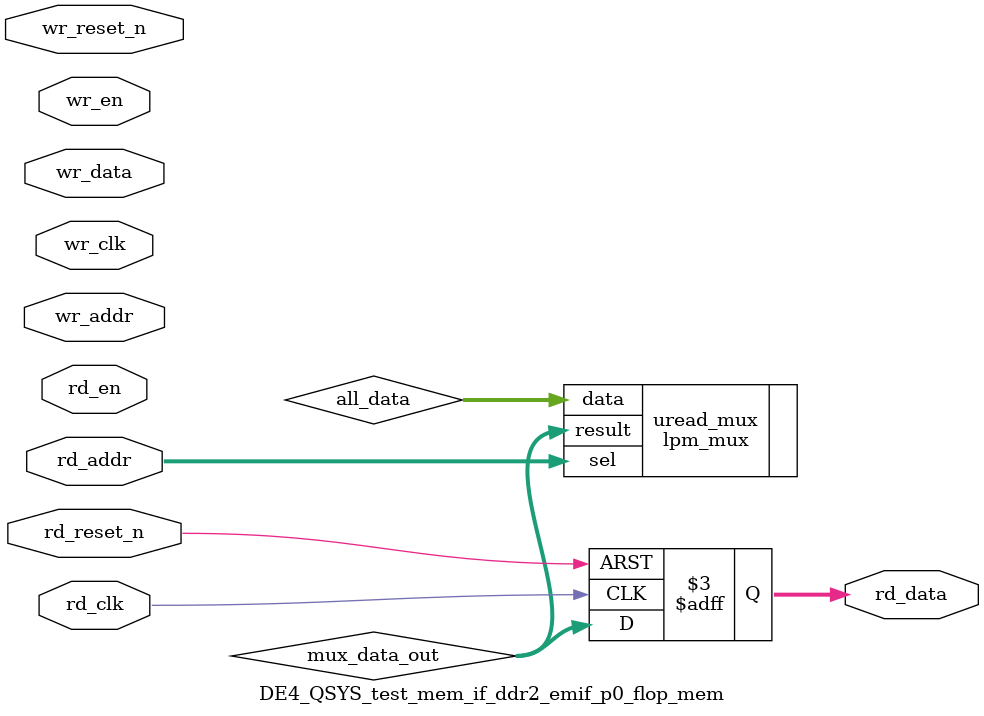
<source format=v>



`timescale 1 ps / 1 ps

(* altera_attribute = "-name ALLOW_SYNCH_CTRL_USAGE ON;-name AUTO_CLOCK_ENABLE_RECOGNITION ON" *)
module DE4_QSYS_test_mem_if_ddr2_emif_p0_flop_mem(
	wr_reset_n,
	wr_clk,
	wr_en,
	wr_addr,
	wr_data,
	rd_reset_n,
	rd_clk,
	rd_en,
	rd_addr,
	rd_data
);

parameter WRITE_MEM_DEPTH	= "";
parameter WRITE_ADDR_WIDTH	= "";
parameter WRITE_DATA_WIDTH	= "";
parameter READ_MEM_DEPTH	= "";
parameter READ_ADDR_WIDTH	= "";		 
parameter READ_DATA_WIDTH	= "";


input	wr_reset_n;
input	wr_clk;
input	wr_en;
input	[WRITE_ADDR_WIDTH-1:0] wr_addr;
input	[WRITE_DATA_WIDTH-1:0] wr_data;
input	rd_reset_n;
input	rd_clk;
input	rd_en;
input	[READ_ADDR_WIDTH-1:0] rd_addr;
output	[READ_DATA_WIDTH-1:0] rd_data;



wire	[WRITE_DATA_WIDTH*WRITE_MEM_DEPTH-1:0] all_data;
wire	[READ_DATA_WIDTH-1:0] mux_data_out;



// declare a memory with WRITE_MEM_DEPTH entries
// each entry contains a data size of WRITE_DATA_WIDTH
reg	[WRITE_DATA_WIDTH-1:0] data_stored [0:WRITE_MEM_DEPTH-1] /* synthesis syn_preserve = 1 */;
reg	[READ_DATA_WIDTH-1:0] rd_data;

generate
genvar entry;
	for (entry=0; entry < WRITE_MEM_DEPTH; entry=entry+1)
	begin: mem_location
		assign all_data[(WRITE_DATA_WIDTH*(entry+1)-1) : (WRITE_DATA_WIDTH*entry)] = data_stored[entry]; 
		
		always @(posedge wr_clk or negedge wr_reset_n)
		begin
			if (~wr_reset_n) begin
				data_stored[entry] <= {WRITE_DATA_WIDTH{1'b0}};
			end else begin
				if (wr_en) begin
					if (entry == wr_addr) begin
						data_stored[entry] <= wr_data;
					end
				end
			end
		end		
	end
endgenerate

// mux to select the correct output data based on read address
lpm_mux	uread_mux(
	.sel (rd_addr),
	.data (all_data),
	.result (mux_data_out)
	// synopsys translate_off
	,
	.aclr (),
	.clken (),
	.clock ()
	// synopsys translate_on
	);
 defparam uread_mux.lpm_size = READ_MEM_DEPTH;
 defparam uread_mux.lpm_type = "LPM_MUX";
 defparam uread_mux.lpm_width = READ_DATA_WIDTH;
 defparam uread_mux.lpm_widths = READ_ADDR_WIDTH;

always @(posedge rd_clk or negedge rd_reset_n)	
begin
	if (~rd_reset_n) begin
		rd_data <= {READ_DATA_WIDTH{1'b0}};
	end else begin
		rd_data <= mux_data_out;
	end
end

endmodule

</source>
